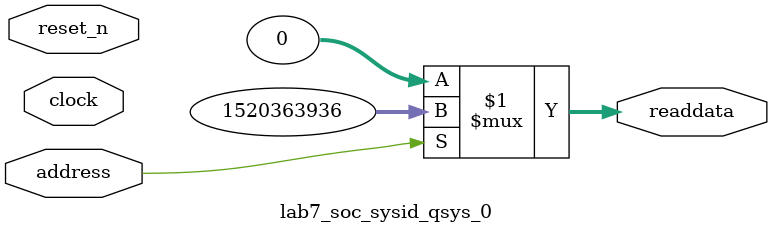
<source format=v>

`timescale 1ns / 1ps
// synthesis translate_on

// turn off superfluous verilog processor warnings 
// altera message_level Level1 
// altera message_off 10034 10035 10036 10037 10230 10240 10030 

module lab7_soc_sysid_qsys_0 (
               // inputs:
                address,
                clock,
                reset_n,

               // outputs:
                readdata
             )
;

  output  [ 31: 0] readdata;
  input            address;
  input            clock;
  input            reset_n;

  wire    [ 31: 0] readdata;
  //control_slave, which is an e_avalon_slave
  assign readdata = address ? 1520363936 : 0;

endmodule




</source>
